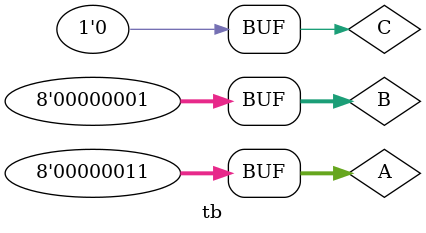
<source format=v>

module tb;

   reg[7:0] A, B;
   reg C;
   wire[7:0] OUT;
   wire D;

  subtractor  subtract(.X(A), .Y(B), .Bin(C), .out(OUT), .Bo(D));

initial 
 begin
  A = 8'b00000000; B = 8'b00000000; C = 1'b0;
  #10 A = 8'b00000011; B = 8'b00000001; 

end

endmodule

</source>
